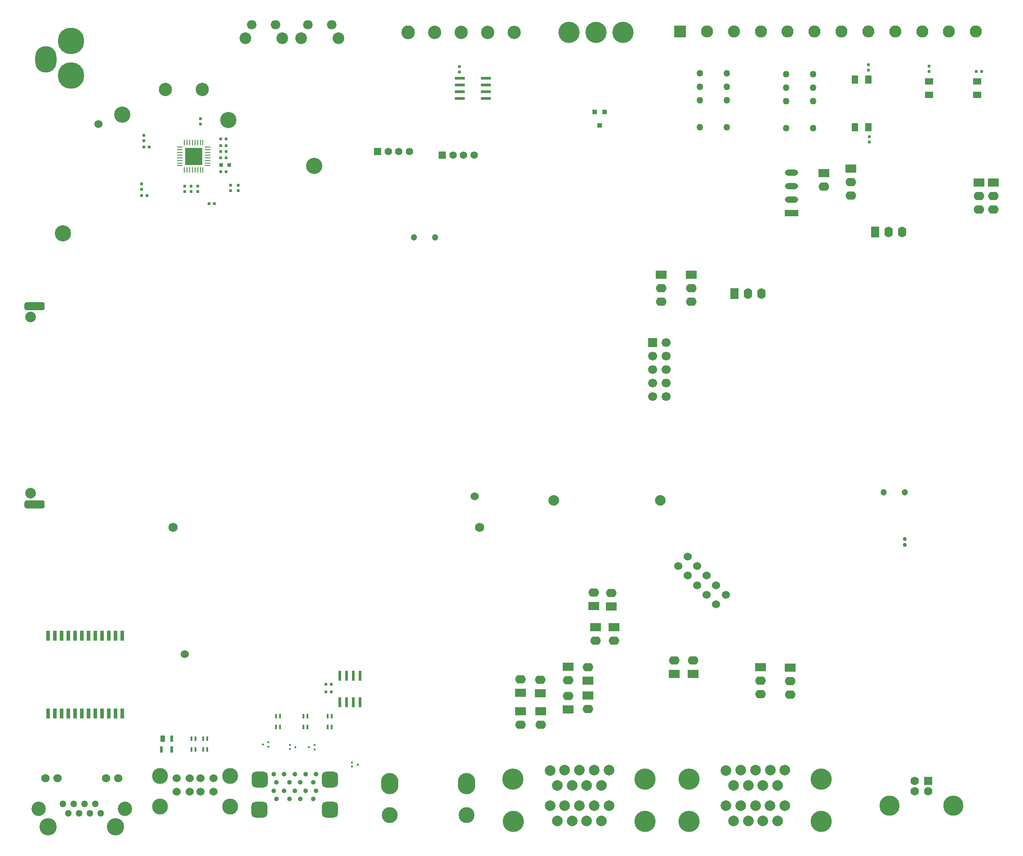
<source format=gbr>
%FSTAX23Y23*%
%MOIN*%
%SFA1B1*%

%IPPOS*%
%AMD123*
4,1,8,-0.075000,0.015000,-0.075000,-0.015000,-0.060000,-0.030000,0.060000,-0.030000,0.075000,-0.015000,0.075000,0.015000,0.060000,0.030000,-0.060000,0.030000,-0.075000,0.015000,0.0*
1,1,0.030000,-0.060000,0.015000*
1,1,0.030000,-0.060000,-0.015000*
1,1,0.030000,0.060000,-0.015000*
1,1,0.030000,0.060000,0.015000*
%
%AMD126*
4,1,8,-0.059100,0.029500,-0.059100,-0.029500,-0.029500,-0.059100,0.029500,-0.059100,0.059100,-0.029500,0.059100,0.029500,0.029500,0.059100,-0.029500,0.059100,-0.059100,0.029500,0.0*
1,1,0.059056,-0.029500,0.029500*
1,1,0.059056,-0.029500,-0.029500*
1,1,0.059056,0.029500,-0.029500*
1,1,0.059056,0.029500,0.029500*
%
%ADD21R,0.031496X0.031496*%
%ADD39R,0.017716X0.015748*%
%ADD41R,0.051181X0.059055*%
%ADD42R,0.059055X0.051181*%
%ADD46R,0.035433X0.037402*%
%ADD47R,0.035433X0.037402*%
%ADD54R,0.037000X0.046000*%
%ADD55R,0.021000X0.046000*%
%ADD59R,0.015748X0.035528*%
%ADD64R,0.023622X0.019685*%
%ADD65R,0.019685X0.023622*%
%ADD72R,0.019685X0.019685*%
%ADD73R,0.019685X0.019685*%
%ADD80R,0.022000X0.078000*%
%ADD107C,0.196850*%
%ADD108O,0.157480X0.196850*%
%ADD109R,0.078740X0.062992*%
%ADD110O,0.078740X0.062992*%
%ADD111R,0.062992X0.078740*%
%ADD112O,0.062992X0.078740*%
%ADD113C,0.069000*%
%ADD114R,0.066929X0.066929*%
%ADD115C,0.066929*%
%ADD116C,0.157480*%
%ADD117C,0.149606*%
%ADD118C,0.062992*%
%ADD119R,0.062992X0.062992*%
%ADD120C,0.055118*%
%ADD121R,0.055118X0.055118*%
%ADD122C,0.078740*%
G04~CAMADD=123~8~0.0~0.0~600.0~1500.0~150.0~0.0~15~0.0~0.0~0.0~0.0~0~0.0~0.0~0.0~0.0~0~0.0~0.0~0.0~90.0~1500.0~600.0*
%ADD123D123*%
%ADD124C,0.098425*%
%ADD125O,0.098425X0.102362*%
G04~CAMADD=126~8~0.0~0.0~1181.1~1181.1~295.3~0.0~15~0.0~0.0~0.0~0.0~0~0.0~0.0~0.0~0.0~0~0.0~0.0~0.0~90.0~1182.0~1182.0*
%ADD126D126*%
%ADD127C,0.035433*%
%ADD128O,0.098425X0.047244*%
%ADD129R,0.098425X0.047244*%
%ADD130C,0.029528*%
%ADD131R,0.090000X0.090000*%
%ADD132C,0.090000*%
%ADD133C,0.047244*%
%ADD134C,0.086614*%
%ADD135C,0.070866*%
%ADD136C,0.106299*%
%ADD137C,0.051181*%
%ADD138C,0.127953*%
%ADD139C,0.062000*%
%ADD140C,0.060000*%
%ADD141C,0.118110*%
%ADD142C,0.120000*%
%ADD143C,0.050000*%
%ADD144C,0.118110*%
%ADD145O,0.129921X0.157480*%
%ADD146C,0.060000*%
%ADD197R,0.129921X0.129921*%
%ADD198R,0.040000X0.009055*%
%ADD199R,0.009055X0.040000*%
%ADD200R,0.078000X0.021000*%
%ADD201R,0.030000X0.075000*%
%LNsyncbox_pads_bot-1*%
%LPD*%
G54D21*
X0233Y05045D03*
X02389D03*
G54D39*
X0268Y00733D03*
Y00765D03*
X02638Y00749D03*
X03022Y00713D03*
Y00745D03*
X0298Y00729D03*
X02838Y00746D03*
Y00715D03*
X0288Y0073D03*
X033Y00616D03*
Y00585D03*
X03341Y006D03*
G54D41*
X0713Y05325D03*
X0703D03*
X0713Y0568D03*
X0703D03*
G54D42*
X07935Y05665D03*
Y05565D03*
X0758Y05665D03*
Y05565D03*
G54D46*
X05135Y0534D03*
X05097Y05439D03*
G54D47*
X05172Y05439D03*
G54D54*
X01894Y00791D03*
G54D55*
X01961Y00791D03*
Y00711D03*
X01886D03*
G54D59*
X02109Y00792D03*
X0214D03*
X02109Y00713D03*
X0214D03*
X02194Y00792D03*
X02225D03*
X02194Y00713D03*
X02225D03*
X03119Y00959D03*
X0315D03*
X03119Y0088D03*
X0315D03*
X02734Y00959D03*
X02765D03*
X02734Y0088D03*
X02765D03*
X02938Y00959D03*
X0297D03*
X02938Y0088D03*
X0297D03*
G54D64*
X0758Y0574D03*
Y0578D03*
X07135Y05254D03*
Y05215D03*
X0713Y05789D03*
Y0575D03*
X02105Y0485D03*
Y0489D03*
X0206Y0485D03*
Y0489D03*
X02155D03*
Y0485D03*
X02175Y05389D03*
Y0535D03*
X024Y04855D03*
Y04895D03*
X02455Y04855D03*
Y04895D03*
G54D65*
X07969Y0574D03*
X0793D03*
X02325Y05145D03*
X02364D03*
X02325Y0519D03*
X02364D03*
X01755Y0518D03*
X01794D03*
X01779Y0482D03*
X0174D03*
X02279Y0476D03*
X0224D03*
G54D72*
X02365Y0524D03*
X02325D03*
X02325Y051D03*
X02364D03*
X02365Y04995D03*
X02325D03*
X03105Y01195D03*
X03145D03*
X03105Y0114D03*
X03145D03*
G54D73*
X04095Y05735D03*
Y05775D03*
X01755Y05264D03*
Y05225D03*
X0174Y04865D03*
Y04904D03*
G54D80*
X0321Y01257D03*
X0326D03*
X0331D03*
X0336D03*
Y01063D03*
X0331D03*
X0326D03*
X0321D03*
G54D107*
X01215Y05709D03*
Y05965D03*
G54D108*
X01029Y05827D03*
G54D109*
X0633Y01321D03*
X06549Y01319D03*
X05814Y04231D03*
X05593D03*
X0795Y04915D03*
X08055D03*
X07Y0502D03*
X04697Y00996D03*
X05222Y01771D03*
X05093Y01774D03*
X04548Y00994D03*
X0505Y01111D03*
X04694Y01129D03*
X04547Y01132D03*
X04903Y01008D03*
X05242Y01618D03*
X05104Y01617D03*
X0583Y01272D03*
X0569Y01273D03*
X05048Y01223D03*
X04903Y01325D03*
X068Y04985D03*
G54D110*
X0633Y01221D03*
Y01121D03*
X06549Y01219D03*
Y01119D03*
X05814Y04131D03*
Y04031D03*
X05593Y04131D03*
Y04031D03*
X0795Y04815D03*
Y04715D03*
X08055Y04815D03*
Y04715D03*
X07Y0492D03*
Y0482D03*
X04697Y00896D03*
X05222Y01871D03*
X05093Y01874D03*
X04548Y00894D03*
X0505Y01011D03*
X04694Y01229D03*
X04547Y01232D03*
X04903Y01108D03*
X05242Y01518D03*
X05104Y01517D03*
X0583Y01372D03*
X0569Y01373D03*
X05048Y01323D03*
X04903Y01225D03*
X068Y04885D03*
G54D111*
X06136Y04092D03*
X0718Y0455D03*
G54D112*
X06236Y04092D03*
X06336D03*
X0728Y0455D03*
X0738D03*
G54D113*
X01973Y02359D03*
X04245D03*
G54D114*
X0553Y0373D03*
G54D115*
X0553Y0363D03*
Y0353D03*
Y0343D03*
Y0333D03*
X0563Y0373D03*
Y0363D03*
Y0353D03*
Y0343D03*
Y0333D03*
G54D116*
X0531Y0603D03*
X0511D03*
X0491D03*
X04494Y00178D03*
X05473Y0018D03*
X04493Y00493D03*
X05472Y00491D03*
X058Y00178D03*
X06779Y0018D03*
X05799Y00493D03*
X06778Y00491D03*
G54D117*
X07285Y00295D03*
X07759D03*
G54D118*
X07472Y00401D03*
X07571D03*
X07472Y0048D03*
G54D119*
X07571Y0048D03*
G54D120*
X03725Y05145D03*
X03646D03*
X03567D03*
X04205Y0512D03*
X04126D03*
X04047D03*
G54D121*
X03488Y05145D03*
X03968Y0512D03*
G54D122*
X00915Y02611D03*
Y03917D03*
X0504Y00445D03*
X04931D03*
X04822D03*
X05204Y00295D03*
X05094D03*
X04985D03*
X04876D03*
X04767D03*
X05149Y00183D03*
X0504D03*
X04931D03*
X04822D03*
X05204Y00557D03*
X05095D03*
X04985D03*
X04876D03*
X04767Y00556D03*
X05149Y00445D03*
X06346D03*
X06237D03*
X06128D03*
X0651Y00295D03*
X064D03*
X06291D03*
X06182D03*
X06073D03*
X06455Y00183D03*
X06346D03*
X06237D03*
X06128D03*
X0651Y00557D03*
X06401D03*
X06291D03*
X06182D03*
X06073Y00556D03*
X06455Y00445D03*
X04796Y0256D03*
X05584D03*
G54D123*
X00946Y02527D03*
X00944Y04D03*
G54D124*
X0219Y05605D03*
X01915D03*
X03911Y0603D03*
X04108D03*
X04305D03*
X04501D03*
G54D125*
X03714Y0603D03*
G54D126*
X02616Y00489D03*
X02611Y00266D03*
X03134Y00489D03*
Y00266D03*
G54D127*
X03013Y00345D03*
X02915D03*
X02836D03*
X02737D03*
X02718Y00404D03*
X02796D03*
X02875D03*
X02954D03*
X03033D03*
Y0053D03*
X02954D03*
X02875D03*
X02796D03*
X02718D03*
X02737Y0047D03*
X02836D03*
X02915D03*
X03013D03*
G54D128*
X0656Y0499D03*
Y0489D03*
Y0479D03*
G54D129*
X0656Y0469D03*
G54D130*
X074Y02273D03*
Y0223D03*
G54D131*
X05733Y06035D03*
G54D132*
X05932Y06035D03*
X06132D03*
X06331D03*
X0653D03*
X0673D03*
X06929D03*
X07128D03*
X07327D03*
X07527D03*
X07726D03*
X07925D03*
G54D133*
X07241Y0262D03*
X07399D03*
X03758Y04507D03*
X03915D03*
G54D134*
X02782Y05985D03*
X02507D03*
X02922D03*
X03197D03*
G54D135*
X02733Y06084D03*
X02556D03*
X02971D03*
X03148D03*
G54D136*
X00975Y00272D03*
X01615D03*
G54D137*
X01435Y00237D03*
X01395Y00307D03*
X01355Y00237D03*
X01315Y00307D03*
X01275Y00237D03*
X01235Y00307D03*
X01195Y00237D03*
X01155Y00307D03*
G54D138*
X01045Y00137D03*
X01545D03*
G54D139*
X01475Y00497D03*
X01565D03*
X01115D03*
X01025D03*
G54D140*
X06071Y0186D03*
X06Y0193D03*
X0593Y02001D03*
X05859Y02072D03*
X05788Y02142D03*
X06Y01789D03*
X0593Y0186D03*
X05859Y0193D03*
X05788Y02001D03*
X05717Y02072D03*
X02273Y00397D03*
X01997Y005D03*
X02096D03*
X02175D03*
X02273D03*
X02175Y00397D03*
X02096D03*
X01997D03*
G54D141*
X02394Y0029D03*
X01876D03*
X02394Y00514D03*
X01876D03*
G54D142*
X02381Y0538D03*
X01155Y0454D03*
X0302Y0504D03*
X01595Y0542D03*
G54D143*
X0588Y05325D03*
Y05525D03*
Y05625D03*
Y05725D03*
X0608D03*
Y05625D03*
Y05525D03*
Y05325D03*
X0652Y0532D03*
Y0552D03*
Y0562D03*
Y0572D03*
X0672D03*
Y0562D03*
Y0552D03*
Y0532D03*
G54D144*
X04149Y00224D03*
X03578D03*
G54D145*
X03578Y00459D03*
X04149D03*
G54D146*
X0206Y01417D03*
X0421Y0259D03*
X0142Y0535D03*
G54D197*
X02125Y0511D03*
G54D198*
X02227Y05178D03*
Y05159D03*
Y05139D03*
Y05119D03*
Y051D03*
Y0508D03*
Y0506D03*
Y05041D03*
X02022D03*
Y0506D03*
Y0508D03*
Y051D03*
Y05119D03*
Y05139D03*
Y05159D03*
Y05178D03*
G54D199*
X02193Y05007D03*
X02174D03*
X02154D03*
X02134D03*
X02115D03*
X02095D03*
X02075D03*
X02056D03*
Y05212D03*
X02075D03*
X02095D03*
X02115D03*
X02134D03*
X02154D03*
X02174D03*
X02193D03*
G54D200*
X04292Y0554D03*
Y0559D03*
Y0564D03*
Y0569D03*
X04098D03*
Y0564D03*
Y0559D03*
Y0554D03*
G54D201*
X01595Y0098D03*
X01545D03*
X01495D03*
X01445D03*
X01395D03*
X01345D03*
X01295D03*
X01245D03*
X01195D03*
X01145D03*
X01095D03*
X01045D03*
X01595Y01555D03*
X01545D03*
X01495D03*
X01445D03*
X01395D03*
X01345D03*
X01295D03*
X01245D03*
X01195D03*
X01145D03*
X01095D03*
X01045D03*
M02*
</source>
